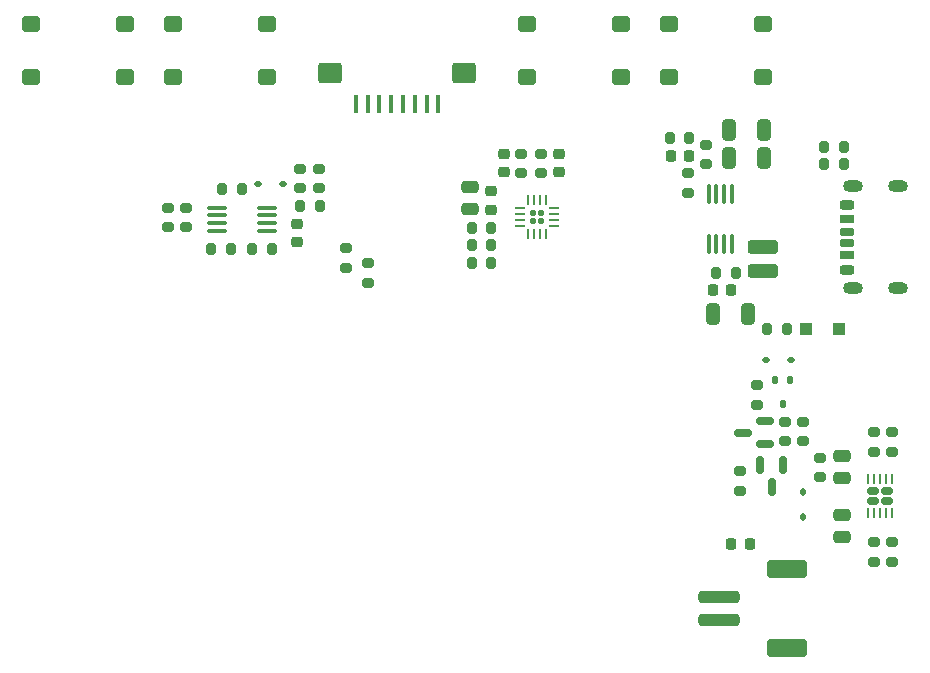
<source format=gbp>
G04 #@! TF.GenerationSoftware,KiCad,Pcbnew,9.0.1-rc2*
G04 #@! TF.CreationDate,2025-05-20T21:15:05-07:00*
G04 #@! TF.ProjectId,mintypcb,6d696e74-7970-4636-922e-6b696361645f,2*
G04 #@! TF.SameCoordinates,Original*
G04 #@! TF.FileFunction,Paste,Bot*
G04 #@! TF.FilePolarity,Positive*
%FSLAX46Y46*%
G04 Gerber Fmt 4.6, Leading zero omitted, Abs format (unit mm)*
G04 Created by KiCad (PCBNEW 9.0.1-rc2) date 2025-05-20 21:15:05*
%MOMM*%
%LPD*%
G01*
G04 APERTURE LIST*
G04 Aperture macros list*
%AMRoundRect*
0 Rectangle with rounded corners*
0 $1 Rounding radius*
0 $2 $3 $4 $5 $6 $7 $8 $9 X,Y pos of 4 corners*
0 Add a 4 corners polygon primitive as box body*
4,1,4,$2,$3,$4,$5,$6,$7,$8,$9,$2,$3,0*
0 Add four circle primitives for the rounded corners*
1,1,$1+$1,$2,$3*
1,1,$1+$1,$4,$5*
1,1,$1+$1,$6,$7*
1,1,$1+$1,$8,$9*
0 Add four rect primitives between the rounded corners*
20,1,$1+$1,$2,$3,$4,$5,0*
20,1,$1+$1,$4,$5,$6,$7,0*
20,1,$1+$1,$6,$7,$8,$9,0*
20,1,$1+$1,$8,$9,$2,$3,0*%
G04 Aperture macros list end*
%ADD10RoundRect,0.260000X-0.515000X-0.390000X0.515000X-0.390000X0.515000X0.390000X-0.515000X0.390000X0*%
%ADD11RoundRect,0.200000X0.200000X0.275000X-0.200000X0.275000X-0.200000X-0.275000X0.200000X-0.275000X0*%
%ADD12RoundRect,0.112500X-0.187500X-0.112500X0.187500X-0.112500X0.187500X0.112500X-0.187500X0.112500X0*%
%ADD13RoundRect,0.225000X0.225000X0.250000X-0.225000X0.250000X-0.225000X-0.250000X0.225000X-0.250000X0*%
%ADD14RoundRect,0.100000X0.712500X0.100000X-0.712500X0.100000X-0.712500X-0.100000X0.712500X-0.100000X0*%
%ADD15RoundRect,0.200000X-0.200000X-0.275000X0.200000X-0.275000X0.200000X0.275000X-0.200000X0.275000X0*%
%ADD16RoundRect,0.200000X0.275000X-0.200000X0.275000X0.200000X-0.275000X0.200000X-0.275000X-0.200000X0*%
%ADD17RoundRect,0.250000X0.475000X-0.250000X0.475000X0.250000X-0.475000X0.250000X-0.475000X-0.250000X0*%
%ADD18RoundRect,0.200000X-0.275000X0.200000X-0.275000X-0.200000X0.275000X-0.200000X0.275000X0.200000X0*%
%ADD19RoundRect,0.250000X-0.475000X0.250000X-0.475000X-0.250000X0.475000X-0.250000X0.475000X0.250000X0*%
%ADD20RoundRect,0.225000X-0.250000X0.225000X-0.250000X-0.225000X0.250000X-0.225000X0.250000X0.225000X0*%
%ADD21RoundRect,0.250000X-1.500000X0.250000X-1.500000X-0.250000X1.500000X-0.250000X1.500000X0.250000X0*%
%ADD22RoundRect,0.250001X-1.449999X0.499999X-1.449999X-0.499999X1.449999X-0.499999X1.449999X0.499999X0*%
%ADD23RoundRect,0.250000X0.325000X0.650000X-0.325000X0.650000X-0.325000X-0.650000X0.325000X-0.650000X0*%
%ADD24RoundRect,0.235000X1.040000X-0.352500X1.040000X0.352500X-1.040000X0.352500X-1.040000X-0.352500X0*%
%ADD25RoundRect,0.250000X-0.325000X-0.650000X0.325000X-0.650000X0.325000X0.650000X-0.325000X0.650000X0*%
%ADD26RoundRect,0.112500X-0.112500X-0.237500X0.112500X-0.237500X0.112500X0.237500X-0.112500X0.237500X0*%
%ADD27RoundRect,0.100000X0.100000X-0.712500X0.100000X0.712500X-0.100000X0.712500X-0.100000X-0.712500X0*%
%ADD28RoundRect,0.112500X-0.112500X0.187500X-0.112500X-0.187500X0.112500X-0.187500X0.112500X0.187500X0*%
%ADD29RoundRect,0.218750X0.218750X0.256250X-0.218750X0.256250X-0.218750X-0.256250X0.218750X-0.256250X0*%
%ADD30RoundRect,0.160000X-0.315000X0.160000X-0.315000X-0.160000X0.315000X-0.160000X0.315000X0.160000X0*%
%ADD31RoundRect,0.062500X-0.062500X0.350000X-0.062500X-0.350000X0.062500X-0.350000X0.062500X0.350000X0*%
%ADD32RoundRect,0.150000X-0.150000X0.587500X-0.150000X-0.587500X0.150000X-0.587500X0.150000X0.587500X0*%
%ADD33RoundRect,0.100000X-0.100000X-0.650000X0.100000X-0.650000X0.100000X0.650000X-0.100000X0.650000X0*%
%ADD34RoundRect,0.200000X-0.800000X-0.650000X0.800000X-0.650000X0.800000X0.650000X-0.800000X0.650000X0*%
%ADD35RoundRect,0.150000X0.587500X0.150000X-0.587500X0.150000X-0.587500X-0.150000X0.587500X-0.150000X0*%
%ADD36RoundRect,0.125000X0.125000X-0.125000X0.125000X0.125000X-0.125000X0.125000X-0.125000X-0.125000X0*%
%ADD37RoundRect,0.062500X0.062500X-0.350000X0.062500X0.350000X-0.062500X0.350000X-0.062500X-0.350000X0*%
%ADD38RoundRect,0.062500X0.350000X-0.062500X0.350000X0.062500X-0.350000X0.062500X-0.350000X-0.062500X0*%
%ADD39RoundRect,0.225000X0.250000X-0.225000X0.250000X0.225000X-0.250000X0.225000X-0.250000X-0.225000X0*%
%ADD40RoundRect,0.250000X-0.300000X-0.300000X0.300000X-0.300000X0.300000X0.300000X-0.300000X0.300000X0*%
%ADD41RoundRect,0.175000X-0.425000X0.175000X-0.425000X-0.175000X0.425000X-0.175000X0.425000X0.175000X0*%
%ADD42RoundRect,0.190000X0.410000X-0.190000X0.410000X0.190000X-0.410000X0.190000X-0.410000X-0.190000X0*%
%ADD43RoundRect,0.200000X0.400000X-0.200000X0.400000X0.200000X-0.400000X0.200000X-0.400000X-0.200000X0*%
%ADD44RoundRect,0.175000X0.425000X-0.175000X0.425000X0.175000X-0.425000X0.175000X-0.425000X-0.175000X0*%
%ADD45RoundRect,0.190000X-0.410000X0.190000X-0.410000X-0.190000X0.410000X-0.190000X0.410000X0.190000X0*%
%ADD46RoundRect,0.200000X-0.400000X0.200000X-0.400000X-0.200000X0.400000X-0.200000X0.400000X0.200000X0*%
%ADD47O,1.700000X1.000000*%
G04 APERTURE END LIST*
D10*
X82475000Y-51600000D03*
X74525000Y-51600000D03*
X82475000Y-56100000D03*
X74525000Y-56100000D03*
X112475000Y-51600000D03*
X104525000Y-51600000D03*
X112475000Y-56100000D03*
X104525000Y-56100000D03*
X70475000Y-51600000D03*
X62525000Y-51600000D03*
X70475000Y-56100000D03*
X62525000Y-56100000D03*
X124475000Y-51600000D03*
X116525000Y-51600000D03*
X124475000Y-56100000D03*
X116525000Y-56100000D03*
D11*
X79425000Y-70650001D03*
X77775000Y-70650001D03*
D12*
X81750000Y-65150000D03*
X83850000Y-65150000D03*
D13*
X118200000Y-62800000D03*
X116650000Y-62800000D03*
D14*
X82443750Y-67150001D03*
X82443750Y-67800001D03*
X82443750Y-68450001D03*
X82443750Y-69100001D03*
X78218750Y-69100001D03*
X78218750Y-68450001D03*
X78218750Y-67800001D03*
X78218750Y-67150001D03*
D15*
X99825000Y-70350001D03*
X101475000Y-70350001D03*
D16*
X104012500Y-64225000D03*
X104012500Y-62575000D03*
X135400000Y-97137500D03*
X135400000Y-95487500D03*
X129310000Y-89975000D03*
X129310000Y-88325000D03*
D17*
X131190000Y-95062499D03*
X131190000Y-93162501D03*
D18*
X118150000Y-64225000D03*
X118150000Y-65875000D03*
D19*
X131190000Y-88162500D03*
X131190000Y-90062498D03*
D20*
X107162500Y-62625000D03*
X107162500Y-64175000D03*
D11*
X101475000Y-71850000D03*
X99825000Y-71850000D03*
D15*
X129675000Y-63500000D03*
X131325000Y-63500000D03*
D13*
X121775000Y-74150000D03*
X120225000Y-74150000D03*
D16*
X74081250Y-68825001D03*
X74081250Y-67175001D03*
D21*
X120750000Y-100100000D03*
X120750000Y-102100000D03*
D22*
X126500000Y-97750000D03*
X126500000Y-104450000D03*
D16*
X119650001Y-63475001D03*
X119650001Y-61825001D03*
D17*
X99650000Y-67299999D03*
X99650000Y-65400001D03*
D15*
X99825001Y-68850000D03*
X101475001Y-68850000D03*
D16*
X133900000Y-87837500D03*
X133900000Y-86187500D03*
D12*
X124750000Y-80050000D03*
X126850000Y-80050000D03*
D18*
X91050000Y-71875000D03*
X91050000Y-73525000D03*
D23*
X123175001Y-76200000D03*
X120224999Y-76200000D03*
D16*
X135400000Y-87837500D03*
X135400000Y-86187500D03*
D11*
X86925000Y-67000000D03*
X85275000Y-67000000D03*
D18*
X126350000Y-85275000D03*
X126350000Y-86925000D03*
D11*
X122175000Y-72650000D03*
X120525000Y-72650000D03*
D24*
X124500000Y-72537500D03*
X124500000Y-70462500D03*
D25*
X121575000Y-60600000D03*
X124525002Y-60600000D03*
D15*
X124825000Y-77450000D03*
X126475000Y-77450000D03*
D16*
X133900000Y-97137500D03*
X133900000Y-95487500D03*
X85300000Y-65525000D03*
X85300000Y-63875000D03*
D26*
X125500000Y-81750000D03*
X126800000Y-81750000D03*
X126150000Y-83750000D03*
D27*
X121825000Y-70262500D03*
X121175000Y-70262500D03*
X120525000Y-70262500D03*
X119875000Y-70262500D03*
X119875000Y-66037500D03*
X120525000Y-66037500D03*
X121175000Y-66037500D03*
X121825000Y-66037500D03*
D18*
X86900000Y-63875000D03*
X86900000Y-65525000D03*
D15*
X129675000Y-62000000D03*
X131325000Y-62000000D03*
D28*
X127900000Y-91250000D03*
X127900000Y-93350000D03*
D29*
X123375000Y-95600000D03*
X121800000Y-95600000D03*
D11*
X118250001Y-61300000D03*
X116600001Y-61300000D03*
D20*
X102512500Y-62625000D03*
X102512500Y-64175000D03*
D30*
X134990000Y-91167500D03*
X133810000Y-91167500D03*
X134990000Y-91957500D03*
X133810000Y-91957500D03*
D31*
X133400000Y-90125000D03*
X133900001Y-90125000D03*
X134400000Y-90125000D03*
X134899999Y-90125000D03*
X135400000Y-90125000D03*
X135400000Y-93000000D03*
X134899999Y-93000000D03*
X134400000Y-93000000D03*
X133900001Y-93000000D03*
X133400000Y-93000000D03*
D32*
X124250000Y-88912500D03*
X126150000Y-88912500D03*
X125200000Y-90787501D03*
D33*
X90000000Y-58350000D03*
X91000000Y-58350000D03*
X92000000Y-58350000D03*
X93000000Y-58350000D03*
X94000000Y-58350000D03*
X95000000Y-58350000D03*
X96000000Y-58350000D03*
X97000000Y-58350000D03*
D34*
X87800000Y-55750000D03*
X99200000Y-55750000D03*
D15*
X81225000Y-70650000D03*
X82875000Y-70650000D03*
D16*
X75581250Y-68825001D03*
X75581250Y-67175001D03*
D35*
X124637500Y-85250000D03*
X124637500Y-87150000D03*
X122762499Y-86200000D03*
D16*
X127900000Y-86925000D03*
X127900000Y-85275000D03*
D36*
X105040000Y-68259999D03*
X105660000Y-68259999D03*
X105040000Y-67639999D03*
X105660000Y-67639999D03*
D37*
X106100000Y-69387499D03*
X105600000Y-69387499D03*
X105100000Y-69387499D03*
X104600000Y-69387499D03*
D38*
X103912500Y-68699999D03*
X103912500Y-68199999D03*
X103912500Y-67699999D03*
X103912500Y-67199999D03*
D37*
X104600000Y-66512499D03*
X105100000Y-66512499D03*
X105600000Y-66512499D03*
X106100000Y-66512499D03*
D38*
X106787500Y-67199999D03*
X106787500Y-67699999D03*
X106787500Y-68199999D03*
X106787500Y-68699999D03*
D18*
X123925000Y-82175000D03*
X123925000Y-83825000D03*
X89150000Y-70575000D03*
X89150000Y-72225000D03*
D20*
X85000000Y-68525000D03*
X85000000Y-70075000D03*
D39*
X101450000Y-67324999D03*
X101450000Y-65774999D03*
D16*
X122550000Y-91125000D03*
X122550000Y-89475000D03*
D25*
X121574999Y-62950001D03*
X124525001Y-62950001D03*
D16*
X105662500Y-64225000D03*
X105662500Y-62575000D03*
D40*
X128100000Y-77450000D03*
X130900000Y-77450000D03*
D11*
X80325000Y-65600000D03*
X78675000Y-65600000D03*
D41*
X131625001Y-69180000D03*
D42*
X131625000Y-71200000D03*
D43*
X131625000Y-72430000D03*
D44*
X131625001Y-70180000D03*
D45*
X131625000Y-68160000D03*
D46*
X131625000Y-66930000D03*
D47*
X135925000Y-65360000D03*
X132125000Y-65360000D03*
X135925000Y-74000000D03*
X132125000Y-74000000D03*
M02*

</source>
